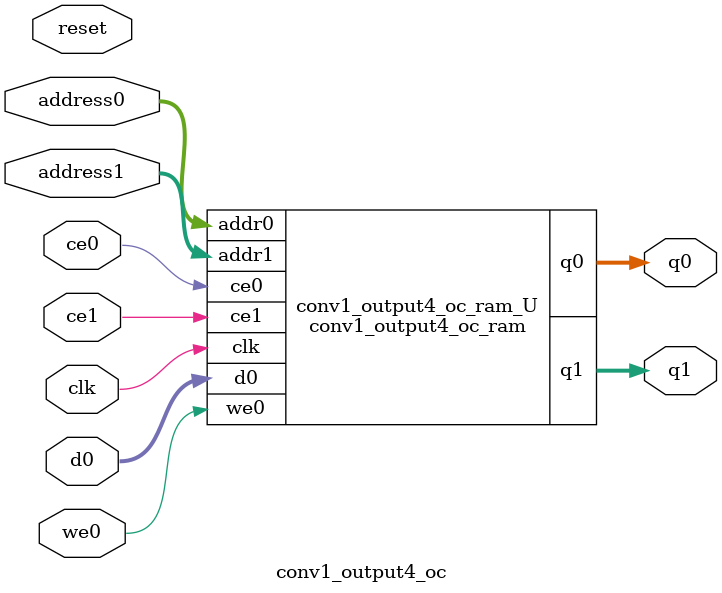
<source format=v>

`timescale 1 ns / 1 ps
module conv1_output4_oc_ram (addr0, ce0, d0, we0, q0, addr1, ce1, q1,  clk);

parameter DWIDTH = 32;
parameter AWIDTH = 9;
parameter MEM_SIZE = 400;

input[AWIDTH-1:0] addr0;
input ce0;
input[DWIDTH-1:0] d0;
input we0;
output reg[DWIDTH-1:0] q0;
input[AWIDTH-1:0] addr1;
input ce1;
output reg[DWIDTH-1:0] q1;
input clk;

(* ram_style = "block" *)reg [DWIDTH-1:0] ram[0:MEM_SIZE-1];




always @(posedge clk)  
begin 
    if (ce0) 
    begin
        if (we0) 
        begin 
            ram[addr0] <= d0; 
            q0 <= d0;
        end 
        else 
            q0 <= ram[addr0];
    end
end


always @(posedge clk)  
begin 
    if (ce1) 
    begin
            q1 <= ram[addr1];
    end
end


endmodule


`timescale 1 ns / 1 ps
module conv1_output4_oc(
    reset,
    clk,
    address0,
    ce0,
    we0,
    d0,
    q0,
    address1,
    ce1,
    q1);

parameter DataWidth = 32'd32;
parameter AddressRange = 32'd400;
parameter AddressWidth = 32'd9;
input reset;
input clk;
input[AddressWidth - 1:0] address0;
input ce0;
input we0;
input[DataWidth - 1:0] d0;
output[DataWidth - 1:0] q0;
input[AddressWidth - 1:0] address1;
input ce1;
output[DataWidth - 1:0] q1;



conv1_output4_oc_ram conv1_output4_oc_ram_U(
    .clk( clk ),
    .addr0( address0 ),
    .ce0( ce0 ),
    .we0( we0 ),
    .d0( d0 ),
    .q0( q0 ),
    .addr1( address1 ),
    .ce1( ce1 ),
    .q1( q1 ));

endmodule


</source>
